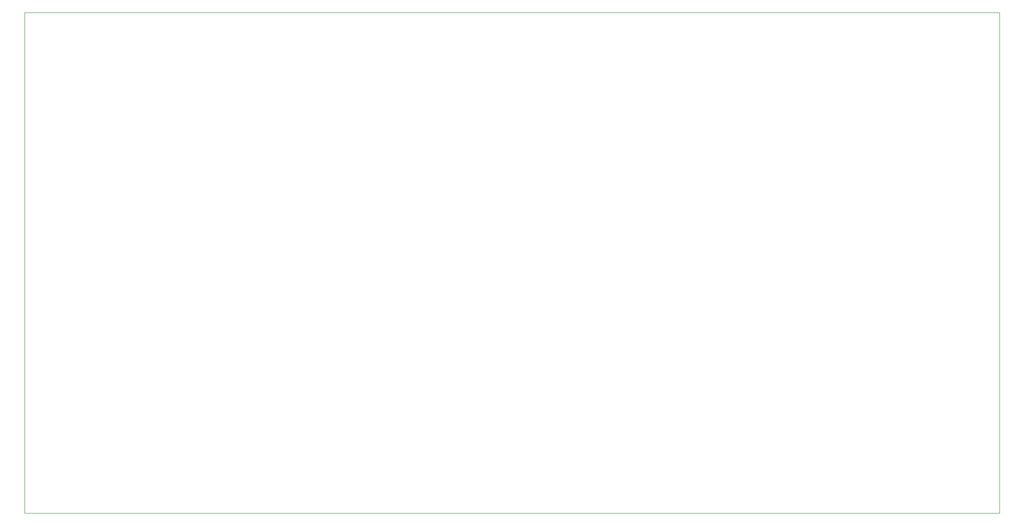
<source format=gbr>
%TF.GenerationSoftware,KiCad,Pcbnew,(6.0.2)*%
%TF.CreationDate,2022-03-02T13:09:42+03:00*%
%TF.ProjectId,Steel_form_Dish_washer PART 1,53746565-6c5f-4666-9f72-6d5f44697368,rev?*%
%TF.SameCoordinates,Original*%
%TF.FileFunction,Profile,NP*%
%FSLAX46Y46*%
G04 Gerber Fmt 4.6, Leading zero omitted, Abs format (unit mm)*
G04 Created by KiCad (PCBNEW (6.0.2)) date 2022-03-02 13:09:42*
%MOMM*%
%LPD*%
G01*
G04 APERTURE LIST*
%TA.AperFunction,Profile*%
%ADD10C,0.100000*%
%TD*%
G04 APERTURE END LIST*
D10*
X307700000Y-57750000D02*
X307700000Y-152750000D01*
X307700000Y-152750000D02*
X122700000Y-152750000D01*
X122700000Y-57750000D02*
X307700000Y-57750000D01*
X122700000Y-152750000D02*
X122700000Y-57750000D01*
M02*

</source>
